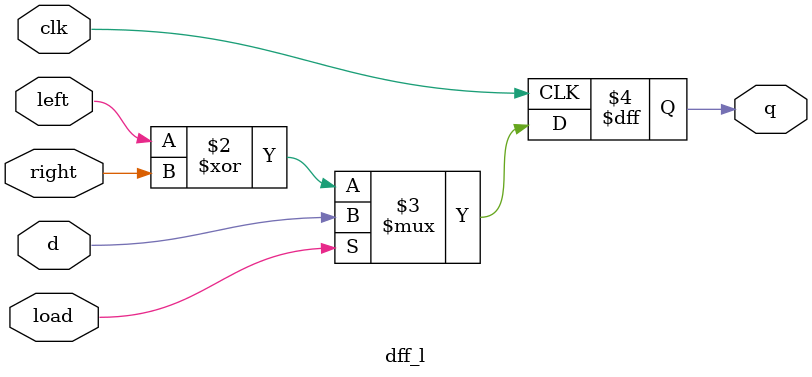
<source format=v>
/*
Rule 90 is a one-dimensional cellular automaton with interesting properties.

The rules are simple. There is a one-dimensional array of cells (on or off). 
At each time step, the next state of each cell is the XOR of the cell's two current neighbours. 
A more verbose way of expressing this rule is the following table, where a cell's next state is a function of itself and its two neighbours:


Left	Center	Right	Center's next state
1	1	1	0
1	1	0	1
1	0	1	0
1	0	0	1
0	1	1	1
0	1	0	0
0	0	1	1
0	0	0	0
(The name "Rule 90" comes from reading the "next state" column: 01011010 is decimal 90.)


In this circuit, create a 512-cell system (q[511:0]), and advance by one time step each clock cycle. 
The load input indicates the state of the system should be loaded with data[511:0]. 
Assume the boundaries (q[-1] and q[512]) are both zero (off).

*/



module top_module(
    input clk,
    input load,
    input [511:0] data,
    output [511:0] q ); 

    dff_l dffs[511:0] (
        .clk({512{clk}}),
        .load({512{load}}),
        .left({1'b0, q[511:1]}),
        .right({q[510:0], 1'b0}),
        .d(data),
        .q(q)
    );

endmodule


module dff_l(
    input clk,
    input load,
    input left,
    input right,
    input d,
    output q
);

    always @(posedge clk) begin
        q <= (load) ? d : left ^ right;
    end

endmodule
</source>
